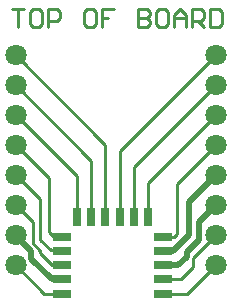
<source format=gtl>
G04 Layer_Physical_Order=1*
G04 Layer_Color=255*
%FSLAX44Y44*%
%MOMM*%
G71*
G01*
G75*
%ADD10R,1.5000X0.7000*%
%ADD11R,0.7000X1.5000*%
%ADD12C,0.5000*%
%ADD13C,0.2540*%
%ADD14C,1.8000*%
D10*
X902730Y561610D02*
D03*
Y573610D02*
D03*
Y585610D02*
D03*
Y597610D02*
D03*
Y609610D02*
D03*
X987730D02*
D03*
Y597610D02*
D03*
Y585610D02*
D03*
Y573610D02*
D03*
Y561610D02*
D03*
D11*
X915230Y626110D02*
D03*
X927230D02*
D03*
X939230D02*
D03*
X951230D02*
D03*
X963230D02*
D03*
X975230D02*
D03*
D12*
X1009650Y638810D02*
X1032510Y661670D01*
X1009650Y610870D02*
Y638810D01*
X996390Y597610D02*
X1009650Y610870D01*
X987730Y597610D02*
X996390D01*
X863600Y610567D02*
Y610870D01*
Y610567D02*
X876300Y597867D01*
X893879Y573610D02*
X902730D01*
X876300Y591189D02*
Y597867D01*
Y591189D02*
X893879Y573610D01*
X1018540Y622300D02*
X1032510Y636270D01*
X1018540Y607060D02*
Y622300D01*
X1008166Y596686D02*
X1018540Y607060D01*
X1008166Y592876D02*
Y596686D01*
X987730Y585610D02*
X1000900D01*
X1008166Y592876D01*
D13*
X893940Y585610D02*
X902730D01*
X883920Y595630D02*
X893940Y585610D01*
X883920Y595630D02*
Y597734D01*
X987730Y561610D02*
X1008650D01*
X987730Y573610D02*
X1002870D01*
X1013460Y584200D01*
X1008650Y561610D02*
X1032510Y585470D01*
X987730Y609610D02*
X996960D01*
X999490Y612140D01*
X1013460Y584200D02*
Y591820D01*
X1032510Y610870D01*
X999490Y612140D02*
Y654050D01*
X1032510Y687070D01*
X975230Y626110D02*
Y655190D01*
X1032510Y712470D01*
X963230Y626110D02*
Y668590D01*
X1032510Y737870D01*
X951230Y626110D02*
Y681990D01*
X1032510Y763270D01*
X939230Y626110D02*
Y687640D01*
X863600Y763270D02*
X939230Y687640D01*
X927230Y626110D02*
Y674240D01*
X863600Y737870D02*
X927230Y674240D01*
X915230Y626110D02*
Y660840D01*
X863600Y712470D02*
X915230Y660840D01*
X895340Y609610D02*
X902730D01*
X891540Y613410D02*
X895340Y609610D01*
X891540Y613410D02*
Y659130D01*
X863600Y687070D02*
X891540Y659130D01*
X887460Y561610D02*
X902730D01*
X863600Y585470D02*
X887460Y561610D01*
X877570Y604084D02*
X883920Y597734D01*
X877570Y604084D02*
Y622300D01*
X863600Y636270D02*
X877570Y622300D01*
X902170Y598170D02*
X902730Y597610D01*
X892810Y598170D02*
X902170D01*
X883920Y607060D02*
X892810Y598170D01*
X883920Y607060D02*
Y641350D01*
X863600Y661670D02*
X883920Y641350D01*
X859790Y802635D02*
X869947D01*
X864868D01*
Y787400D01*
X882643Y802635D02*
X877564D01*
X875025Y800096D01*
Y789939D01*
X877564Y787400D01*
X882643D01*
X885182Y789939D01*
Y800096D01*
X882643Y802635D01*
X890260Y787400D02*
Y802635D01*
X897878D01*
X900417Y800096D01*
Y795017D01*
X897878Y792478D01*
X890260D01*
X928348Y802635D02*
X923270D01*
X920730Y800096D01*
Y789939D01*
X923270Y787400D01*
X928348D01*
X930887Y789939D01*
Y800096D01*
X928348Y802635D01*
X946122D02*
X935965D01*
Y795017D01*
X941044D01*
X935965D01*
Y787400D01*
X966435Y802635D02*
Y787400D01*
X974053D01*
X976592Y789939D01*
Y792478D01*
X974053Y795017D01*
X966435D01*
X974053D01*
X976592Y797557D01*
Y800096D01*
X974053Y802635D01*
X966435D01*
X989288D02*
X984210D01*
X981671Y800096D01*
Y789939D01*
X984210Y787400D01*
X989288D01*
X991827Y789939D01*
Y800096D01*
X989288Y802635D01*
X996906Y787400D02*
Y797557D01*
X1001984Y802635D01*
X1007062Y797557D01*
Y787400D01*
Y795017D01*
X996906D01*
X1012141Y787400D02*
Y802635D01*
X1019758D01*
X1022297Y800096D01*
Y795017D01*
X1019758Y792478D01*
X1012141D01*
X1017219D02*
X1022297Y787400D01*
X1027376Y802635D02*
Y787400D01*
X1034993D01*
X1037533Y789939D01*
Y800096D01*
X1034993Y802635D01*
X1027376D01*
D14*
X1032510Y585470D02*
D03*
Y610870D02*
D03*
Y636270D02*
D03*
Y661670D02*
D03*
Y687070D02*
D03*
Y712470D02*
D03*
Y737870D02*
D03*
Y763270D02*
D03*
X863600Y585470D02*
D03*
Y610870D02*
D03*
Y636270D02*
D03*
Y661670D02*
D03*
Y687070D02*
D03*
Y712470D02*
D03*
Y737870D02*
D03*
Y763270D02*
D03*
M02*

</source>
